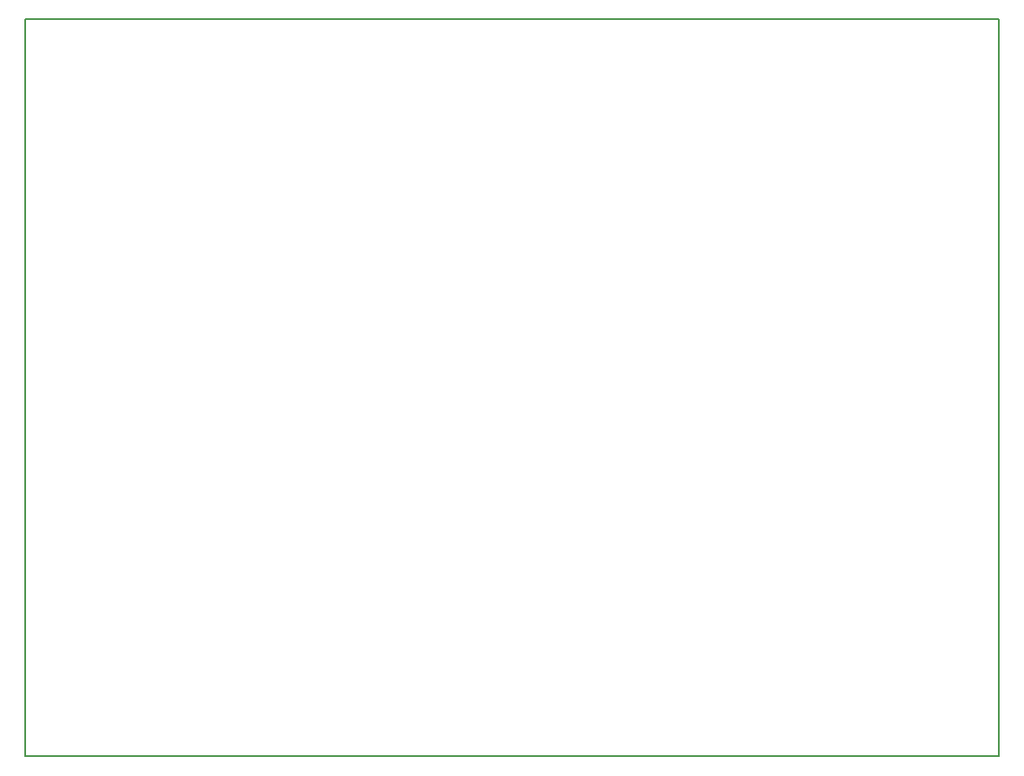
<source format=gm1>
%TF.GenerationSoftware,KiCad,Pcbnew,(6.0.11)*%
%TF.CreationDate,2023-06-24T18:02:59+09:00*%
%TF.ProjectId,main,6d61696e-2e6b-4696-9361-645f70636258,rev?*%
%TF.SameCoordinates,Original*%
%TF.FileFunction,Profile,NP*%
%FSLAX46Y46*%
G04 Gerber Fmt 4.6, Leading zero omitted, Abs format (unit mm)*
G04 Created by KiCad (PCBNEW (6.0.11)) date 2023-06-24 18:02:59*
%MOMM*%
%LPD*%
G01*
G04 APERTURE LIST*
%TA.AperFunction,Profile*%
%ADD10C,0.200000*%
%TD*%
G04 APERTURE END LIST*
D10*
X83621200Y-59351600D02*
X178621200Y-59351600D01*
X178621200Y-59351600D02*
X178621200Y-131351600D01*
X178621200Y-131351600D02*
X83621200Y-131351600D01*
X83621200Y-131351600D02*
X83621200Y-59351600D01*
M02*

</source>
